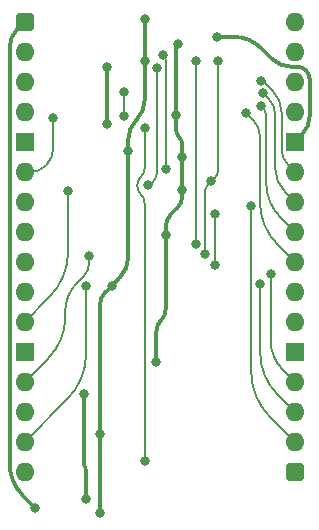
<source format=gbl>
%TF.GenerationSoftware,KiCad,Pcbnew,9.0.2*%
%TF.CreationDate,2025-06-17T16:08:07+02:00*%
%TF.ProjectId,Coprocessor Memory Select,436f7072-6f63-4657-9373-6f72204d656d,V0*%
%TF.SameCoordinates,Original*%
%TF.FileFunction,Copper,L2,Bot*%
%TF.FilePolarity,Positive*%
%FSLAX46Y46*%
G04 Gerber Fmt 4.6, Leading zero omitted, Abs format (unit mm)*
G04 Created by KiCad (PCBNEW 9.0.2) date 2025-06-17 16:08:07*
%MOMM*%
%LPD*%
G01*
G04 APERTURE LIST*
G04 Aperture macros list*
%AMRoundRect*
0 Rectangle with rounded corners*
0 $1 Rounding radius*
0 $2 $3 $4 $5 $6 $7 $8 $9 X,Y pos of 4 corners*
0 Add a 4 corners polygon primitive as box body*
4,1,4,$2,$3,$4,$5,$6,$7,$8,$9,$2,$3,0*
0 Add four circle primitives for the rounded corners*
1,1,$1+$1,$2,$3*
1,1,$1+$1,$4,$5*
1,1,$1+$1,$6,$7*
1,1,$1+$1,$8,$9*
0 Add four rect primitives between the rounded corners*
20,1,$1+$1,$2,$3,$4,$5,0*
20,1,$1+$1,$4,$5,$6,$7,0*
20,1,$1+$1,$6,$7,$8,$9,0*
20,1,$1+$1,$8,$9,$2,$3,0*%
G04 Aperture macros list end*
%TA.AperFunction,ComponentPad*%
%ADD10RoundRect,0.400000X-0.400000X-0.400000X0.400000X-0.400000X0.400000X0.400000X-0.400000X0.400000X0*%
%TD*%
%TA.AperFunction,ComponentPad*%
%ADD11O,1.600000X1.600000*%
%TD*%
%TA.AperFunction,ComponentPad*%
%ADD12R,1.600000X1.600000*%
%TD*%
%TA.AperFunction,ViaPad*%
%ADD13C,0.800000*%
%TD*%
%TA.AperFunction,Conductor*%
%ADD14C,0.350000*%
%TD*%
%TA.AperFunction,Conductor*%
%ADD15C,0.200000*%
%TD*%
G04 APERTURE END LIST*
D10*
%TO.P,J2,1,Pin_1*%
%TO.N,5V*%
X0Y0D03*
D11*
%TO.P,J2,2,Pin_2*%
%TO.N,~{INT0}*%
X0Y-2540000D03*
%TO.P,J2,3,Pin_3*%
%TO.N,~{INT1}*%
X0Y-5080000D03*
%TO.P,J2,4,Pin_4*%
%TO.N,~{INT2}*%
X0Y-7620000D03*
D12*
%TO.P,J2,5,Pin_5*%
%TO.N,GND*%
X0Y-10160000D03*
D11*
%TO.P,J2,6,Pin_6*%
%TO.N,~{INT3}*%
X0Y-12700000D03*
%TO.P,J2,7,Pin_7*%
%TO.N,unconnected-(J2-Pin_7-Pad7)*%
X0Y-15240000D03*
%TO.P,J2,8,Pin_8*%
%TO.N,A20_{M}*%
X0Y-17780000D03*
%TO.P,J2,9,Pin_9*%
%TO.N,A19_{M}*%
X0Y-20320000D03*
%TO.P,J2,10,Pin_10*%
%TO.N,unconnected-(J2-Pin_10-Pad10)*%
X0Y-22860000D03*
%TO.P,J2,11,Pin_11*%
%TO.N,~{Memory A}*%
X0Y-25400000D03*
D12*
%TO.P,J2,12,Pin_12*%
%TO.N,GND*%
X0Y-27940000D03*
D11*
%TO.P,J2,13,Pin_13*%
%TO.N,~{Memory B}*%
X0Y-30480000D03*
%TO.P,J2,14,Pin_14*%
%TO.N,unconnected-(J2-Pin_14-Pad14)*%
X0Y-33020000D03*
%TO.P,J2,15,Pin_15*%
%TO.N,M~{Memory6\u20227}*%
X0Y-35560000D03*
%TO.P,J2,16,Pin_16*%
%TO.N,~{INT}*%
X0Y-38100000D03*
D10*
%TO.P,J2,17,Pin_17*%
%TO.N,5V*%
X22860000Y-38100000D03*
D11*
%TO.P,J2,18,Pin_18*%
%TO.N,M~{Memory4\u20225}*%
X22860000Y-35560000D03*
%TO.P,J2,19,Pin_19*%
%TO.N,M~{Memory2\u20223}*%
X22860000Y-33020000D03*
%TO.P,J2,20,Pin_20*%
%TO.N,M~{Memory0\u20221}*%
X22860000Y-30480000D03*
D12*
%TO.P,J2,21,Pin_21*%
%TO.N,GND*%
X22860000Y-27940000D03*
D11*
%TO.P,J2,22,Pin_22*%
%TO.N,40MHz*%
X22860000Y-25400000D03*
%TO.P,J2,23,Pin_23*%
%TO.N,unconnected-(J2-Pin_23-Pad23)*%
X22860000Y-22860000D03*
%TO.P,J2,24,Pin_24*%
%TO.N,M~{Memory7}*%
X22860000Y-20320000D03*
%TO.P,J2,25,Pin_25*%
%TO.N,M~{Memory6}*%
X22860000Y-17780000D03*
%TO.P,J2,26,Pin_26*%
%TO.N,M~{Memory5}*%
X22860000Y-15240000D03*
%TO.P,J2,27,Pin_27*%
%TO.N,M~{Memory4}*%
X22860000Y-12700000D03*
D12*
%TO.P,J2,28,Pin_28*%
%TO.N,GND*%
X22860000Y-10160000D03*
D11*
%TO.P,J2,29,Pin_29*%
%TO.N,M~{Memory3}*%
X22860000Y-7620000D03*
%TO.P,J2,30,Pin_30*%
%TO.N,M~{Memory2}*%
X22860000Y-5080000D03*
%TO.P,J2,31,Pin_31*%
%TO.N,M~{Memory1}*%
X22860000Y-2540000D03*
%TO.P,J2,32,Pin_32*%
%TO.N,M~{Memory0}*%
X22860000Y0D03*
%TD*%
D13*
%TO.N,GND*%
X16256000Y-1270000D03*
%TO.N,A20_{M}*%
X10456916Y-13800084D03*
X11209699Y-3906640D03*
%TO.N,~{Memory A}*%
X11684000Y-2794000D03*
X11938000Y-12446000D03*
%TO.N,/3.3V*%
X10160000Y254000D03*
%TO.N,GND*%
X11146500Y-28858500D03*
%TO.N,/3.3V*%
X10177000Y-3319000D03*
%TO.N,M~{Memory4}*%
X20034709Y-5026195D03*
%TO.N,M~{Memory5}*%
X20170020Y-6067443D03*
%TO.N,M~{Memory6}*%
X20018751Y-7131286D03*
%TO.N,M~{Memory7}*%
X18744620Y-7735000D03*
%TO.N,GND*%
X12827000Y-7874000D03*
X12954000Y-1905000D03*
%TO.N,~{Memory B}*%
X16383000Y-3302000D03*
%TO.N,GND*%
X13335000Y-14224000D03*
%TO.N,M~{Memory2\u20223}*%
X19939000Y-22225000D03*
%TO.N,M~{Memory0\u20221}*%
X20828000Y-21336000D03*
%TO.N,GND*%
X11938000Y-18034000D03*
X13335000Y-11430000D03*
%TO.N,/3.3V*%
X8763000Y-10922000D03*
X7366000Y-22352000D03*
%TO.N,5V*%
X889000Y-41148000D03*
%TO.N,~{Memory B}*%
X15811500Y-13525500D03*
X15240000Y-19685000D03*
X5461000Y-19812000D03*
%TO.N,M~{Memory6\u20227}*%
X5207000Y-22352000D03*
%TO.N,~{Memory A}*%
X3683000Y-14351000D03*
%TO.N,A19_{M}*%
X14478000Y-18796000D03*
X14478000Y-3355000D03*
%TO.N,/~{INT0\u20221}*%
X8382000Y-8001000D03*
X8382000Y-5969000D03*
%TO.N,GND*%
X6985000Y-8636000D03*
X6985000Y-3810000D03*
%TO.N,~{INT3}*%
X2413000Y-8128000D03*
%TO.N,/3.3V*%
X6350000Y-34925000D03*
X6350000Y-41574000D03*
%TO.N,M~{Memory4\u20225}*%
X19177000Y-15621000D03*
%TO.N,M~{Memory6\u20227}*%
X16129000Y-16256000D03*
X16129000Y-20574000D03*
%TO.N,GND*%
X5016500Y-31559500D03*
X5207000Y-40386000D03*
%TO.N,~{INT}*%
X10160000Y-37211000D03*
X10160000Y-9017000D03*
%TD*%
D14*
%TO.N,/3.3V*%
X10160000Y-3289979D02*
G75*
G03*
X10168494Y-3310506I29000J-21D01*
G01*
X6858000Y-22860000D02*
G75*
G03*
X6350008Y-24086420I1226400J-1226400D01*
G01*
X9436519Y-8343480D02*
G75*
G03*
X8762988Y-9969500I1625981J-1626020D01*
G01*
X8763000Y-19967171D02*
G75*
G02*
X8064502Y-21653502I-2384840J1D01*
G01*
X10177000Y-6603151D02*
G75*
G02*
X9470002Y-8310002I-2413860J1D01*
G01*
%TO.N,5V*%
X-1270000Y-37462356D02*
G75*
G03*
X-190498Y-40068499I3685650J6D01*
G01*
X-634999Y-634999D02*
G75*
G03*
X-1270002Y-2168025I1533029J-1533031D01*
G01*
%TO.N,GND*%
X20916480Y-3136480D02*
G75*
G03*
X22542500Y-3810011I1626020J1625980D01*
G01*
X11542250Y-25287750D02*
G75*
G03*
X11146490Y-26243175I955450J-955450D01*
G01*
X24130000Y-7991974D02*
G75*
G02*
X23495001Y-9525001I-2168040J4D01*
G01*
X11938000Y-24332324D02*
G75*
G02*
X11542243Y-25287743I-1351200J24D01*
G01*
X5111750Y-37750750D02*
G75*
G02*
X5206998Y-37980703I-229950J-229950D01*
G01*
X23812500Y-4127500D02*
G75*
G03*
X23045987Y-3810005I-766500J-766500D01*
G01*
X5016500Y-37520796D02*
G75*
G03*
X5111749Y-37750751I325200J-4D01*
G01*
X12890500Y-1968500D02*
G75*
G03*
X12827001Y-2121802I153300J-153300D01*
G01*
X13081000Y-9779000D02*
G75*
G02*
X13334996Y-10392210I-613200J-613200D01*
G01*
X23812500Y-4127500D02*
G75*
G02*
X24129995Y-4894012I-766500J-766500D01*
G01*
X20037828Y-2257828D02*
G75*
G03*
X17653000Y-1270013I-2384828J-2384872D01*
G01*
X13335000Y-14795500D02*
G75*
G02*
X12930884Y-15771107I-1379700J0D01*
G01*
X12827000Y-9165789D02*
G75*
G03*
X13080997Y-9779003I867200J-11D01*
G01*
X12387012Y-16314987D02*
G75*
G03*
X11937992Y-17399000I1083988J-1084013D01*
G01*
D15*
%TO.N,~{Memory A}*%
X3683000Y-19463036D02*
G75*
G02*
X2089207Y-23310792I-5441559J4D01*
G01*
X11811000Y-2921000D02*
G75*
G02*
X11937998Y-3227605I-306600J-306600D01*
G01*
%TO.N,~{Memory B}*%
X3429000Y-25082500D02*
G75*
G02*
X2037060Y-28442939I-4752386J4D01*
G01*
X5461000Y-20447000D02*
G75*
G02*
X5011982Y-21531007I-1533000J0D01*
G01*
X15525750Y-13811250D02*
G75*
G03*
X15240005Y-14501111I689850J-689850D01*
G01*
X4445000Y-22098000D02*
G75*
G03*
X3428997Y-24550840I2452830J-2452840D01*
G01*
X16383000Y-12549888D02*
G75*
G02*
X16097253Y-13239753I-975600J-12D01*
G01*
%TO.N,M~{Memory7}*%
X19920000Y-15301106D02*
G75*
G03*
X21390002Y-18849998I5018900J6D01*
G01*
X19332310Y-8322690D02*
G75*
G02*
X19920000Y-9741499I-1418810J-1418810D01*
G01*
%TO.N,M~{Memory5}*%
X21209000Y-12421566D02*
G75*
G03*
X22034499Y-14414501I2818430J-4D01*
G01*
X20689510Y-6586933D02*
G75*
G02*
X21208990Y-7841092I-1254210J-1254167D01*
G01*
%TO.N,M~{Memory4}*%
X20974216Y-5810978D02*
G75*
G02*
X21758996Y-7705613I-1894616J-1894622D01*
G01*
X20244136Y-5080898D02*
G75*
G03*
X20112071Y-5026226I-132036J-132102D01*
G01*
X21759000Y-10820475D02*
G75*
G03*
X22309493Y-12149507I1879500J-25D01*
G01*
%TO.N,M~{Memory6}*%
X20232875Y-7345410D02*
G75*
G02*
X20447024Y-7862352I-516975J-516990D01*
G01*
X20447000Y-13660751D02*
G75*
G03*
X21653500Y-16573500I4119250J1D01*
G01*
%TO.N,~{INT3}*%
X1719012Y-12250987D02*
G75*
G02*
X635000Y-12699998I-1084012J1084017D01*
G01*
X2413000Y-10748776D02*
G75*
G02*
X1841500Y-12128500I-1951240J6D01*
G01*
%TO.N,~{INT}*%
X9525000Y-13878868D02*
G75*
G03*
X9829736Y-14614566I1040430J-2D01*
G01*
X10160000Y-12363893D02*
G75*
G02*
X9842501Y-13130407I-1084000J-7D01*
G01*
X9829736Y-13143169D02*
G75*
G03*
X9524967Y-13878868I735664J-735731D01*
G01*
X9842500Y-14627330D02*
G75*
G02*
X10159973Y-15393842I-766500J-766470D01*
G01*
%TO.N,M~{Memory0\u20221}*%
X20828000Y-27011159D02*
G75*
G03*
X21844000Y-29464000I3468840J-1D01*
G01*
%TO.N,M~{Memory2\u20223}*%
X19939000Y-28033541D02*
G75*
G03*
X21399502Y-31559498I4986450J1D01*
G01*
%TO.N,M~{Memory4\u20225}*%
X19177000Y-29623036D02*
G75*
G03*
X20770790Y-33470794I5441550J-4D01*
G01*
%TO.N,M~{Memory6\u20227}*%
X5207000Y-28099036D02*
G75*
G02*
X3613207Y-31946792I-5441559J4D01*
G01*
%TO.N,A20_{M}*%
X10661746Y-13746581D02*
G75*
G02*
X10532580Y-13800065I-129146J129181D01*
G01*
X11209699Y-12773336D02*
G75*
G02*
X10908969Y-13499354I-1026749J6D01*
G01*
D14*
%TO.N,GND*%
X5016500Y-31559500D02*
X5016500Y-37520796D01*
X23495000Y-9525000D02*
X22860000Y-10160000D01*
X24130000Y-7991974D02*
X24130000Y-4894012D01*
X22542500Y-3810000D02*
X23045987Y-3810000D01*
X20916480Y-3136480D02*
X20037828Y-2257828D01*
X16256000Y-1270000D02*
X17653000Y-1270000D01*
D15*
%TO.N,M~{Memory6\u20227}*%
X5207000Y-22352000D02*
X5207000Y-28099036D01*
X3613207Y-31946792D02*
X0Y-35560000D01*
%TO.N,~{INT}*%
X10160000Y-12363893D02*
X10160000Y-9017000D01*
X9842499Y-13130405D02*
X9829736Y-13143169D01*
X9829736Y-14614566D02*
X9842500Y-14627330D01*
X10160000Y-37211000D02*
X10160000Y-15393842D01*
%TO.N,A20_{M}*%
X10661746Y-13746581D02*
X10908971Y-13499356D01*
X10532580Y-13800084D02*
X10456916Y-13800084D01*
X11209699Y-3906640D02*
X11209699Y-12773336D01*
%TO.N,M~{Memory7}*%
X19332310Y-8322690D02*
X18744620Y-7735000D01*
X19920000Y-15301106D02*
X19920000Y-9741499D01*
X21390000Y-18850000D02*
X22860000Y-20320000D01*
%TO.N,M~{Memory6}*%
X21653500Y-16573500D02*
X22860000Y-17780000D01*
X20447000Y-7862352D02*
X20447000Y-13660751D01*
X20232875Y-7345410D02*
X20018751Y-7131286D01*
%TO.N,A19_{M}*%
X14478000Y-3355000D02*
X14478000Y-18796000D01*
%TO.N,M~{Memory4}*%
X20112071Y-5026195D02*
X20034709Y-5026195D01*
X20974216Y-5810978D02*
X20244136Y-5080898D01*
X21759000Y-7705613D02*
X21759000Y-10820475D01*
X22309500Y-12149500D02*
X22860000Y-12700000D01*
%TO.N,M~{Memory5}*%
X21209000Y-12421566D02*
X21209000Y-7841092D01*
X22034500Y-14414500D02*
X22860000Y-15240000D01*
X20170020Y-6067443D02*
X20689510Y-6586933D01*
%TO.N,~{Memory A}*%
X11938000Y-3227605D02*
X11938000Y-12446000D01*
X11684000Y-2794000D02*
X11811000Y-2921000D01*
D14*
%TO.N,/3.3V*%
X10160000Y-3289979D02*
X10160000Y254000D01*
X10168500Y-3310500D02*
X10177000Y-3319000D01*
%TO.N,GND*%
X11146500Y-26243175D02*
X11146500Y-28858500D01*
X11938000Y-18034000D02*
X11938000Y-24332324D01*
%TO.N,/3.3V*%
X9436519Y-8343480D02*
X9470000Y-8310000D01*
X8763000Y-10922000D02*
X8763000Y-9969500D01*
X10177000Y-3319000D02*
X10177000Y-6603151D01*
%TO.N,GND*%
X13335000Y-10392210D02*
X13335000Y-11430000D01*
X12827000Y-7874000D02*
X12827000Y-9165789D01*
X13335000Y-11430000D02*
X13335000Y-14224000D01*
X12827000Y-7874000D02*
X12827000Y-2121802D01*
X12954000Y-1905000D02*
X12890500Y-1968500D01*
D15*
%TO.N,~{Memory B}*%
X15811500Y-13525500D02*
X16097250Y-13239750D01*
X16383000Y-3302000D02*
X16383000Y-12549888D01*
D14*
%TO.N,GND*%
X13335000Y-14795500D02*
X13335000Y-14224000D01*
X11938000Y-18034000D02*
X11938000Y-17399000D01*
X12930888Y-15771111D02*
X12387012Y-16314987D01*
D15*
%TO.N,~{Memory B}*%
X15240000Y-19685000D02*
X15240000Y-14501111D01*
X15811500Y-13525500D02*
X15525750Y-13811250D01*
%TO.N,M~{Memory2\u20223}*%
X19939000Y-22225000D02*
X19939000Y-28033541D01*
X21399500Y-31559500D02*
X22860000Y-33020000D01*
%TO.N,M~{Memory0\u20221}*%
X21844000Y-29464000D02*
X22860000Y-30480000D01*
X20828000Y-27011159D02*
X20828000Y-21336000D01*
D14*
%TO.N,/3.3V*%
X8763000Y-10922000D02*
X8763000Y-19967171D01*
X7366000Y-22352000D02*
X8064500Y-21653500D01*
%TO.N,GND*%
X5207000Y-40386000D02*
X5207000Y-37980703D01*
%TO.N,/3.3V*%
X7366000Y-22352000D02*
X6858000Y-22860000D01*
X6350000Y-34925000D02*
X6350000Y-24086420D01*
D15*
%TO.N,M~{Memory6\u20227}*%
X16129000Y-20574000D02*
X16129000Y-16256000D01*
D14*
%TO.N,/3.3V*%
X6350000Y-34925000D02*
X6350000Y-41574000D01*
%TO.N,5V*%
X-190499Y-40068500D02*
X889000Y-41148000D01*
X-1270000Y-37462356D02*
X-1270000Y-2168025D01*
X-634999Y-634999D02*
X0Y0D01*
D15*
%TO.N,~{Memory B}*%
X5461000Y-19812000D02*
X5461000Y-20447000D01*
X5011987Y-21531012D02*
X4445000Y-22098000D01*
X3429000Y-25082500D02*
X3429000Y-24550840D01*
X2037060Y-28442939D02*
X0Y-30480000D01*
%TO.N,~{Memory A}*%
X3683000Y-19463036D02*
X3683000Y-14351000D01*
X2089207Y-23310792D02*
X0Y-25400000D01*
%TO.N,/~{INT0\u20221}*%
X8382000Y-5969000D02*
X8382000Y-8001000D01*
D14*
%TO.N,GND*%
X6985000Y-8636000D02*
X6985000Y-3810000D01*
D15*
%TO.N,~{INT3}*%
X1719012Y-12250987D02*
X1841500Y-12128500D01*
X2413000Y-8128000D02*
X2413000Y-10748776D01*
%TO.N,M~{Memory4\u20225}*%
X20770792Y-33470792D02*
X22860000Y-35560000D01*
X19177000Y-15621000D02*
X19177000Y-29623036D01*
%TD*%
M02*

</source>
